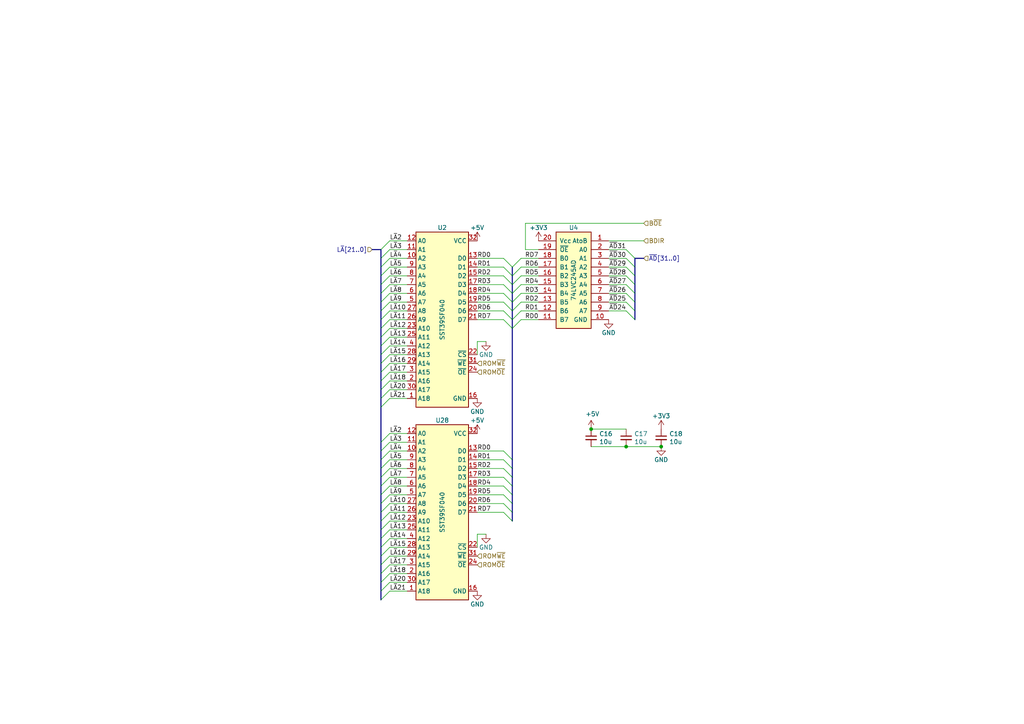
<source format=kicad_sch>
(kicad_sch (version 20211123) (generator eeschema)
  (paper "A4")
  (title_block (title "NuBus-ESP32") (date "2021-11-18") (rev "0.1") (company "Garrett's Workshop"))
  (lib_symbols
    (symbol "Device:C_Small" (pin_numbers hide) (pin_names (offset 0.254) hide)
      (property "Reference" "C" (at 0.254 1.778 0))
      (property "Value" "C_Small" (at 0.254 -2.032 0))
      (symbol "C_Small_0_1"
        (polyline (pts (xy -1.524 -0.508) (xy 1.524 -0.508)) (stroke (width 0.3302)))
        (polyline (pts (xy -1.524 0.508) (xy 1.524 0.508)) (stroke (width 0.3048)))
      )
      (symbol "C_Small_1_1"
        (pin passive line (at 0 2.54 270) (length 2.032) (name "~") (number "1"))
        (pin passive line (at 0 -2.54 90) (length 2.032) (name "~") (number "2"))
      )
    )
    (symbol "GW_Logic:74245" (pin_names (offset 1.016))
      (property "Reference" "U" (at 0 15.24 0))
      (property "Value" "74245" (at 0 0 90))
      (symbol "74245_0_1"
        (rectangle (start -5.08 13.97) (end 5.08 -13.97) (stroke (width 0.254)) (fill (type background)))
      )
      (symbol "74245_1_1"
        (pin input line (at -10.16 11.43 0) (length 5.08) (name "AtoB") (number "1"))
        (pin power_in line (at -10.16 -11.43 0) (length 5.08) (name "GND") (number "10"))
        (pin bidirectional line (at 10.16 -11.43 180) (length 5.08) (name "B7") (number "11"))
        (pin bidirectional line (at 10.16 -8.89 180) (length 5.08) (name "B6") (number "12"))
        (pin bidirectional line (at 10.16 -6.35 180) (length 5.08) (name "B5") (number "13"))
        (pin bidirectional line (at 10.16 -3.81 180) (length 5.08) (name "B4") (number "14"))
        (pin bidirectional line (at 10.16 -1.27 180) (length 5.08) (name "B3") (number "15"))
        (pin bidirectional line (at 10.16 1.27 180) (length 5.08) (name "B2") (number "16"))
        (pin bidirectional line (at 10.16 3.81 180) (length 5.08) (name "B1") (number "17"))
        (pin bidirectional line (at 10.16 6.35 180) (length 5.08) (name "B0") (number "18"))
        (pin input line (at 10.16 8.89 180) (length 5.08) (name "~{OE}") (number "19"))
        (pin bidirectional line (at -10.16 8.89 0) (length 5.08) (name "A0") (number "2"))
        (pin power_in line (at 10.16 11.43 180) (length 5.08) (name "Vcc") (number "20"))
        (pin bidirectional line (at -10.16 6.35 0) (length 5.08) (name "A1") (number "3"))
        (pin bidirectional line (at -10.16 3.81 0) (length 5.08) (name "A2") (number "4"))
        (pin bidirectional line (at -10.16 1.27 0) (length 5.08) (name "A3") (number "5"))
        (pin bidirectional line (at -10.16 -1.27 0) (length 5.08) (name "A4") (number "6"))
        (pin bidirectional line (at -10.16 -3.81 0) (length 5.08) (name "A5") (number "7"))
        (pin bidirectional line (at -10.16 -6.35 0) (length 5.08) (name "A6") (number "8"))
        (pin bidirectional line (at -10.16 -8.89 0) (length 5.08) (name "A7") (number "9"))
      )
    )
    (symbol "GW_RAM:Flash-512Kx8-PLCC-32"
      (property "Reference" "U" (at 0 26.67 0))
      (property "Value" "Flash-512Kx8-PLCC-32" (at 0 0 90))
      (symbol "Flash-512Kx8-PLCC-32_0_0"
        (pin power_in line (at 10.16 -22.86 180) (length 2.54) (name "GND") (number "16"))
        (pin power_in line (at 10.16 22.86 180) (length 2.54) (name "VCC") (number "32"))
      )
      (symbol "Flash-512Kx8-PLCC-32_0_1"
        (rectangle (start -7.62 25.4) (end 7.62 -25.4) (stroke (width 0.254)) (fill (type background)))
      )
      (symbol "Flash-512Kx8-PLCC-32_1_1"
        (pin input line (at -10.16 -22.86 0) (length 2.54) (name "A18") (number "1"))
        (pin input line (at -10.16 17.78 0) (length 2.54) (name "A2") (number "10"))
        (pin input line (at -10.16 20.32 0) (length 2.54) (name "A1") (number "11"))
        (pin input line (at -10.16 22.86 0) (length 2.54) (name "A0") (number "12"))
        (pin bidirectional line (at 10.16 17.78 180) (length 2.54) (name "D0") (number "13"))
        (pin bidirectional line (at 10.16 15.24 180) (length 2.54) (name "D1") (number "14"))
        (pin bidirectional line (at 10.16 12.7 180) (length 2.54) (name "D2") (number "15"))
        (pin bidirectional line (at 10.16 10.16 180) (length 2.54) (name "D3") (number "17"))
        (pin bidirectional line (at 10.16 7.62 180) (length 2.54) (name "D4") (number "18"))
        (pin bidirectional line (at 10.16 5.08 180) (length 2.54) (name "D5") (number "19"))
        (pin input line (at -10.16 -17.78 0) (length 2.54) (name "A16") (number "2"))
        (pin bidirectional line (at 10.16 2.54 180) (length 2.54) (name "D6") (number "20"))
        (pin bidirectional line (at 10.16 0 180) (length 2.54) (name "D7") (number "21"))
        (pin input line (at 10.16 -10.16 180) (length 2.54) (name "~{CS}") (number "22"))
        (pin input line (at -10.16 -2.54 0) (length 2.54) (name "A10") (number "23"))
        (pin input line (at 10.16 -15.24 180) (length 2.54) (name "~{OE}") (number "24"))
        (pin input line (at -10.16 -5.08 0) (length 2.54) (name "A11") (number "25"))
        (pin input line (at -10.16 0 0) (length 2.54) (name "A9") (number "26"))
        (pin input line (at -10.16 2.54 0) (length 2.54) (name "A8") (number "27"))
        (pin input line (at -10.16 -10.16 0) (length 2.54) (name "A13") (number "28"))
        (pin input line (at -10.16 -12.7 0) (length 2.54) (name "A14") (number "29"))
        (pin input line (at -10.16 -15.24 0) (length 2.54) (name "A15") (number "3"))
        (pin input line (at -10.16 -20.32 0) (length 2.54) (name "A17") (number "30"))
        (pin input line (at 10.16 -12.7 180) (length 2.54) (name "~{WE}") (number "31"))
        (pin input line (at -10.16 -7.62 0) (length 2.54) (name "A12") (number "4"))
        (pin input line (at -10.16 5.08 0) (length 2.54) (name "A7") (number "5"))
        (pin input line (at -10.16 7.62 0) (length 2.54) (name "A6") (number "6"))
        (pin input line (at -10.16 10.16 0) (length 2.54) (name "A5") (number "7"))
        (pin input line (at -10.16 12.7 0) (length 2.54) (name "A4") (number "8"))
        (pin input line (at -10.16 15.24 0) (length 2.54) (name "A3") (number "9"))
      )
    )
    (symbol "power:+3V3" (power) (pin_names (offset 0))
      (property "Value" "+3V3" (at 0 3.556 0))
      (symbol "+3V3_0_1"
        (polyline (pts (xy -0.762 1.27) (xy 0 2.54)))
        (polyline (pts (xy 0 0) (xy 0 2.54)))
        (polyline (pts (xy 0 2.54) (xy 0.762 1.27)))
      )
      (symbol "+3V3_1_1"
        (pin power_in line (at 0 0 90) (length 0) hide (name "+3V3") (number "1"))
      )
    )
    (symbol "power:+5V" (power) (pin_names (offset 0))
      (property "Value" "+5V" (at 0 3.556 0))
      (symbol "+5V_0_1"
        (polyline (pts (xy -0.762 1.27) (xy 0 2.54)))
        (polyline (pts (xy 0 0) (xy 0 2.54)))
        (polyline (pts (xy 0 2.54) (xy 0.762 1.27)))
      )
      (symbol "+5V_1_1"
        (pin power_in line (at 0 0 90) (length 0) hide (name "+5V") (number "1"))
      )
    )
    (symbol "power:GND" (power) (pin_names (offset 0))
      (property "Value" "GND" (at 0 -3.81 0))
      (symbol "GND_0_1"
        (polyline (pts (xy 0 0) (xy 0 -1.27) (xy 1.27 -1.27) (xy 0 -2.54) (xy -1.27 -1.27) (xy 0 -1.27)))
      )
      (symbol "GND_1_1"
        (pin power_in line (at 0 0 270) (length 0) hide (name "GND") (number "1"))
      )
    )
  )
  (junction (at 191.77 129.54))
  (junction (at 171.45 124.46))
  (junction (at 181.61 129.54))
  (bus_entry (at 146.05 133.35) (size 2.54 2.54))
  (bus_entry (at 181.61 77.47) (size 2.54 2.54))
  (bus_entry (at 146.05 143.51) (size 2.54 2.54))
  (bus_entry (at 110.49 153.67) (size 2.54 -2.54))
  (bus_entry (at 146.05 77.47) (size 2.54 2.54))
  (bus_entry (at 110.49 82.55) (size 2.54 -2.54))
  (bus_entry (at 146.05 74.93) (size 2.54 2.54))
  (bus_entry (at 181.61 90.17) (size 2.54 2.54))
  (bus_entry (at 110.49 146.05) (size 2.54 -2.54))
  (bus_entry (at 146.05 138.43) (size 2.54 2.54))
  (bus_entry (at 146.05 148.59) (size 2.54 2.54))
  (bus_entry (at 110.49 171.45) (size 2.54 -2.54))
  (bus_entry (at 110.49 97.79) (size 2.54 -2.54))
  (bus_entry (at 110.49 100.33) (size 2.54 -2.54))
  (bus_entry (at 110.49 156.21) (size 2.54 -2.54))
  (bus_entry (at 151.13 82.55) (size -2.54 2.54))
  (bus_entry (at 110.49 143.51) (size 2.54 -2.54))
  (bus_entry (at 146.05 85.09) (size 2.54 2.54))
  (bus_entry (at 181.61 82.55) (size 2.54 2.54))
  (bus_entry (at 110.49 130.81) (size 2.54 -2.54))
  (bus_entry (at 146.05 146.05) (size 2.54 2.54))
  (bus_entry (at 146.05 140.97) (size 2.54 2.54))
  (bus_entry (at 110.49 158.75) (size 2.54 -2.54))
  (bus_entry (at 110.49 85.09) (size 2.54 -2.54))
  (bus_entry (at 110.49 118.11) (size 2.54 -2.54))
  (bus_entry (at 110.49 166.37) (size 2.54 -2.54))
  (bus_entry (at 110.49 140.97) (size 2.54 -2.54))
  (bus_entry (at 110.49 151.13) (size 2.54 -2.54))
  (bus_entry (at 181.61 87.63) (size 2.54 2.54))
  (bus_entry (at 110.49 113.03) (size 2.54 -2.54))
  (bus_entry (at 181.61 74.93) (size 2.54 2.54))
  (bus_entry (at 146.05 87.63) (size 2.54 2.54))
  (bus_entry (at 110.49 135.89) (size 2.54 -2.54))
  (bus_entry (at 110.49 90.17) (size 2.54 -2.54))
  (bus_entry (at 110.49 163.83) (size 2.54 -2.54))
  (bus_entry (at 110.49 77.47) (size 2.54 -2.54))
  (bus_entry (at 110.49 105.41) (size 2.54 -2.54))
  (bus_entry (at 146.05 130.81) (size 2.54 2.54))
  (bus_entry (at 181.61 80.01) (size 2.54 2.54))
  (bus_entry (at 151.13 87.63) (size -2.54 2.54))
  (bus_entry (at 110.49 72.39) (size 2.54 -2.54))
  (bus_entry (at 151.13 90.17) (size -2.54 2.54))
  (bus_entry (at 146.05 80.01) (size 2.54 2.54))
  (bus_entry (at 151.13 74.93) (size -2.54 2.54))
  (bus_entry (at 110.49 115.57) (size 2.54 -2.54))
  (bus_entry (at 151.13 80.01) (size -2.54 2.54))
  (bus_entry (at 110.49 128.27) (size 2.54 -2.54))
  (bus_entry (at 151.13 92.71) (size -2.54 2.54))
  (bus_entry (at 151.13 77.47) (size -2.54 2.54))
  (bus_entry (at 181.61 85.09) (size 2.54 2.54))
  (bus_entry (at 151.13 85.09) (size -2.54 2.54))
  (bus_entry (at 181.61 72.39) (size 2.54 2.54))
  (bus_entry (at 110.49 87.63) (size 2.54 -2.54))
  (bus_entry (at 146.05 135.89) (size 2.54 2.54))
  (bus_entry (at 146.05 82.55) (size 2.54 2.54))
  (bus_entry (at 110.49 173.99) (size 2.54 -2.54))
  (bus_entry (at 110.49 161.29) (size 2.54 -2.54))
  (bus_entry (at 110.49 110.49) (size 2.54 -2.54))
  (bus_entry (at 110.49 95.25) (size 2.54 -2.54))
  (bus_entry (at 146.05 92.71) (size 2.54 2.54))
  (bus_entry (at 110.49 80.01) (size 2.54 -2.54))
  (bus_entry (at 146.05 90.17) (size 2.54 2.54))
  (bus_entry (at 110.49 102.87) (size 2.54 -2.54))
  (bus_entry (at 110.49 133.35) (size 2.54 -2.54))
  (bus_entry (at 110.49 74.93) (size 2.54 -2.54))
  (bus_entry (at 110.49 148.59) (size 2.54 -2.54))
  (bus_entry (at 110.49 138.43) (size 2.54 -2.54))
  (bus_entry (at 110.49 168.91) (size 2.54 -2.54))
  (bus_entry (at 110.49 107.95) (size 2.54 -2.54))
  (bus_entry (at 110.49 92.71) (size 2.54 -2.54))
  (bus (pts (xy 184.15 77.47) (xy 184.15 80.01)))
  (wire (pts (xy 138.43 85.09) (xy 146.05 85.09)))
  (wire (pts (xy 113.03 102.87) (xy 118.11 102.87)))
  (wire (pts (xy 152.4 72.39) (xy 156.21 72.39)))
  (wire (pts (xy 113.03 95.25) (xy 118.11 95.25)))
  (wire (pts (xy 113.03 161.29) (xy 118.11 161.29)))
  (wire (pts (xy 113.03 72.39) (xy 118.11 72.39)))
  (bus (pts (xy 110.49 140.97) (xy 110.49 143.51)))
  (bus (pts (xy 148.59 140.97) (xy 148.59 143.51)))
  (bus (pts (xy 110.49 135.89) (xy 110.49 138.43)))
  (bus (pts (xy 110.49 72.39) (xy 110.49 74.93)))
  (wire (pts (xy 113.03 85.09) (xy 118.11 85.09)))
  (wire (pts (xy 113.03 100.33) (xy 118.11 100.33)))
  (bus (pts (xy 184.15 85.09) (xy 184.15 87.63)))
  (wire (pts (xy 113.03 148.59) (xy 118.11 148.59)))
  (wire (pts (xy 113.03 92.71) (xy 118.11 92.71)))
  (bus (pts (xy 110.49 74.93) (xy 110.49 77.47)))
  (bus (pts (xy 148.59 85.09) (xy 148.59 87.63)))
  (wire (pts (xy 113.03 133.35) (xy 118.11 133.35)))
  (bus (pts (xy 184.15 82.55) (xy 184.15 85.09)))
  (bus (pts (xy 110.49 148.59) (xy 110.49 151.13)))
  (wire (pts (xy 156.21 77.47) (xy 151.13 77.47)))
  (bus (pts (xy 110.49 87.63) (xy 110.49 90.17)))
  (wire (pts (xy 138.43 80.01) (xy 146.05 80.01)))
  (wire (pts (xy 181.61 85.09) (xy 176.53 85.09)))
  (bus (pts (xy 110.49 143.51) (xy 110.49 146.05)))
  (wire (pts (xy 113.03 146.05) (xy 118.11 146.05)))
  (bus (pts (xy 184.15 90.17) (xy 184.15 92.71)))
  (bus (pts (xy 110.49 110.49) (xy 110.49 113.03)))
  (wire (pts (xy 181.61 90.17) (xy 176.53 90.17)))
  (wire (pts (xy 113.03 143.51) (xy 118.11 143.51)))
  (wire (pts (xy 113.03 115.57) (xy 118.11 115.57)))
  (bus (pts (xy 184.15 87.63) (xy 184.15 90.17)))
  (bus (pts (xy 110.49 113.03) (xy 110.49 115.57)))
  (bus (pts (xy 110.49 95.25) (xy 110.49 97.79)))
  (wire (pts (xy 138.43 154.94) (xy 138.43 158.75)))
  (bus (pts (xy 184.15 74.93) (xy 186.69 74.93)))
  (wire (pts (xy 113.03 82.55) (xy 118.11 82.55)))
  (bus (pts (xy 110.49 161.29) (xy 110.49 163.83)))
  (wire (pts (xy 181.61 74.93) (xy 176.53 74.93)))
  (wire (pts (xy 138.43 138.43) (xy 146.05 138.43)))
  (wire (pts (xy 140.97 99.06) (xy 138.43 99.06)))
  (wire (pts (xy 156.21 92.71) (xy 151.13 92.71)))
  (wire (pts (xy 113.03 113.03) (xy 118.11 113.03)))
  (bus (pts (xy 110.49 100.33) (xy 110.49 102.87)))
  (bus (pts (xy 110.49 128.27) (xy 110.49 130.81)))
  (wire (pts (xy 138.43 146.05) (xy 146.05 146.05)))
  (wire (pts (xy 181.61 129.54) (xy 171.45 129.54)))
  (wire (pts (xy 156.21 80.01) (xy 151.13 80.01)))
  (wire (pts (xy 181.61 72.39) (xy 176.53 72.39)))
  (wire (pts (xy 113.03 110.49) (xy 118.11 110.49)))
  (wire (pts (xy 138.43 130.81) (xy 146.05 130.81)))
  (wire (pts (xy 156.21 82.55) (xy 151.13 82.55)))
  (bus (pts (xy 110.49 115.57) (xy 110.49 118.11)))
  (wire (pts (xy 113.03 151.13) (xy 118.11 151.13)))
  (bus (pts (xy 110.49 82.55) (xy 110.49 85.09)))
  (bus (pts (xy 148.59 146.05) (xy 148.59 148.59)))
  (wire (pts (xy 113.03 125.73) (xy 118.11 125.73)))
  (bus (pts (xy 110.49 158.75) (xy 110.49 161.29)))
  (bus (pts (xy 148.59 87.63) (xy 148.59 90.17)))
  (wire (pts (xy 113.03 69.85) (xy 118.11 69.85)))
  (wire (pts (xy 156.21 90.17) (xy 151.13 90.17)))
  (bus (pts (xy 148.59 80.01) (xy 148.59 82.55)))
  (bus (pts (xy 148.59 133.35) (xy 148.59 135.89)))
  (wire (pts (xy 138.43 148.59) (xy 146.05 148.59)))
  (bus (pts (xy 110.49 90.17) (xy 110.49 92.71)))
  (wire (pts (xy 181.61 87.63) (xy 176.53 87.63)))
  (bus (pts (xy 110.49 107.95) (xy 110.49 110.49)))
  (wire (pts (xy 156.21 87.63) (xy 151.13 87.63)))
  (bus (pts (xy 110.49 153.67) (xy 110.49 156.21)))
  (bus (pts (xy 110.49 77.47) (xy 110.49 80.01)))
  (wire (pts (xy 113.03 97.79) (xy 118.11 97.79)))
  (wire (pts (xy 113.03 105.41) (xy 118.11 105.41)))
  (wire (pts (xy 113.03 140.97) (xy 118.11 140.97)))
  (bus (pts (xy 110.49 166.37) (xy 110.49 168.91)))
  (wire (pts (xy 171.45 124.46) (xy 181.61 124.46)))
  (wire (pts (xy 152.4 64.77) (xy 152.4 72.39)))
  (bus (pts (xy 110.49 97.79) (xy 110.49 100.33)))
  (wire (pts (xy 113.03 80.01) (xy 118.11 80.01)))
  (bus (pts (xy 110.49 151.13) (xy 110.49 153.67)))
  (wire (pts (xy 113.03 158.75) (xy 118.11 158.75)))
  (bus (pts (xy 110.49 102.87) (xy 110.49 105.41)))
  (bus (pts (xy 110.49 168.91) (xy 110.49 171.45)))
  (bus (pts (xy 148.59 135.89) (xy 148.59 138.43)))
  (bus (pts (xy 148.59 77.47) (xy 148.59 80.01)))
  (wire (pts (xy 113.03 171.45) (xy 118.11 171.45)))
  (bus (pts (xy 110.49 92.71) (xy 110.49 95.25)))
  (wire (pts (xy 138.43 140.97) (xy 146.05 140.97)))
  (bus (pts (xy 148.59 82.55) (xy 148.59 85.09)))
  (wire (pts (xy 113.03 138.43) (xy 118.11 138.43)))
  (wire (pts (xy 113.03 87.63) (xy 118.11 87.63)))
  (wire (pts (xy 113.03 128.27) (xy 118.11 128.27)))
  (bus (pts (xy 110.49 85.09) (xy 110.49 87.63)))
  (bus (pts (xy 184.15 80.01) (xy 184.15 82.55)))
  (wire (pts (xy 186.69 64.77) (xy 152.4 64.77)))
  (bus (pts (xy 148.59 143.51) (xy 148.59 146.05)))
  (wire (pts (xy 138.43 82.55) (xy 146.05 82.55)))
  (wire (pts (xy 140.97 154.94) (xy 138.43 154.94)))
  (wire (pts (xy 138.43 90.17) (xy 146.05 90.17)))
  (wire (pts (xy 138.43 133.35) (xy 146.05 133.35)))
  (bus (pts (xy 110.49 138.43) (xy 110.49 140.97)))
  (bus (pts (xy 148.59 90.17) (xy 148.59 92.71)))
  (wire (pts (xy 138.43 143.51) (xy 146.05 143.51)))
  (wire (pts (xy 113.03 168.91) (xy 118.11 168.91)))
  (wire (pts (xy 138.43 135.89) (xy 146.05 135.89)))
  (wire (pts (xy 138.43 92.71) (xy 146.05 92.71)))
  (bus (pts (xy 184.15 74.93) (xy 184.15 77.47)))
  (bus (pts (xy 148.59 138.43) (xy 148.59 140.97)))
  (wire (pts (xy 113.03 166.37) (xy 118.11 166.37)))
  (wire (pts (xy 113.03 135.89) (xy 118.11 135.89)))
  (wire (pts (xy 113.03 130.81) (xy 118.11 130.81)))
  (wire (pts (xy 191.77 129.54) (xy 181.61 129.54)))
  (bus (pts (xy 110.49 118.11) (xy 110.49 128.27)))
  (wire (pts (xy 186.69 69.85) (xy 176.53 69.85)))
  (wire (pts (xy 113.03 77.47) (xy 118.11 77.47)))
  (bus (pts (xy 148.59 92.71) (xy 148.59 95.25)))
  (wire (pts (xy 138.43 74.93) (xy 146.05 74.93)))
  (wire (pts (xy 113.03 163.83) (xy 118.11 163.83)))
  (bus (pts (xy 110.49 80.01) (xy 110.49 82.55)))
  (wire (pts (xy 113.03 74.93) (xy 118.11 74.93)))
  (bus (pts (xy 110.49 156.21) (xy 110.49 158.75)))
  (wire (pts (xy 113.03 107.95) (xy 118.11 107.95)))
  (wire (pts (xy 113.03 153.67) (xy 118.11 153.67)))
  (wire (pts (xy 113.03 156.21) (xy 118.11 156.21)))
  (wire (pts (xy 156.21 85.09) (xy 151.13 85.09)))
  (wire (pts (xy 113.03 90.17) (xy 118.11 90.17)))
  (wire (pts (xy 138.43 87.63) (xy 146.05 87.63)))
  (wire (pts (xy 138.43 77.47) (xy 146.05 77.47)))
  (bus (pts (xy 110.49 146.05) (xy 110.49 148.59)))
  (bus (pts (xy 110.49 133.35) (xy 110.49 135.89)))
  (wire (pts (xy 181.61 82.55) (xy 176.53 82.55)))
  (bus (pts (xy 148.59 148.59) (xy 148.59 151.13)))
  (wire (pts (xy 156.21 74.93) (xy 151.13 74.93)))
  (bus (pts (xy 110.49 105.41) (xy 110.49 107.95)))
  (wire (pts (xy 138.43 99.06) (xy 138.43 102.87)))
  (wire (pts (xy 181.61 80.01) (xy 176.53 80.01)))
  (wire (pts (xy 181.61 77.47) (xy 176.53 77.47)))
  (bus (pts (xy 110.49 171.45) (xy 110.49 173.99)))
  (bus (pts (xy 110.49 130.81) (xy 110.49 133.35)))
  (bus (pts (xy 107.95 72.39) (xy 110.49 72.39)))
  (bus (pts (xy 110.49 163.83) (xy 110.49 166.37)))
  (bus (pts (xy 148.59 95.25) (xy 148.59 133.35)))
  (label "~{AD}29" (at 181.61 77.47 180))
  (label "L~{A}5" (at 113.03 133.35 0))
  (label "L~{A}2" (at 113.03 69.85 0))
  (label "L~{A}3" (at 113.03 72.39 0))
  (label "RD7" (at 138.43 92.71 0))
  (label "RD0" (at 138.43 74.93 0))
  (label "L~{A}13" (at 113.03 97.79 0))
  (label "L~{A}4" (at 113.03 74.93 0))
  (label "L~{A}21" (at 113.03 115.57 0))
  (label "~{AD}24" (at 181.61 90.17 180))
  (label "~{AD}26" (at 181.61 85.09 180))
  (label "L~{A}11" (at 113.03 92.71 0))
  (label "L~{A}16" (at 113.03 161.29 0))
  (label "L~{A}15" (at 113.03 158.75 0))
  (label "L~{A}10" (at 113.03 90.17 0))
  (label "RD5" (at 156.21 80.01 180))
  (label "L~{A}9" (at 113.03 87.63 0))
  (label "L~{A}18" (at 113.03 110.49 0))
  (label "L~{A}6" (at 113.03 135.89 0))
  (label "L~{A}14" (at 113.03 156.21 0))
  (label "L~{A}17" (at 113.03 163.83 0))
  (label "L~{A}2" (at 113.03 125.73 0))
  (label "L~{A}18" (at 113.03 166.37 0))
  (label "RD6" (at 138.43 90.17 0))
  (label "L~{A}11" (at 113.03 148.59 0))
  (label "RD6" (at 138.43 146.05 0))
  (label "L~{A}7" (at 113.03 138.43 0))
  (label "L~{A}13" (at 113.03 153.67 0))
  (label "RD0" (at 138.43 130.81 0))
  (label "~{AD}31" (at 181.61 72.39 180))
  (label "RD4" (at 138.43 140.97 0))
  (label "L~{A}20" (at 113.03 113.03 0))
  (label "~{AD}30" (at 181.61 74.93 180))
  (label "RD1" (at 138.43 133.35 0))
  (label "RD3" (at 138.43 138.43 0))
  (label "RD2" (at 156.21 87.63 180))
  (label "~{AD}25" (at 181.61 87.63 180))
  (label "RD3" (at 138.43 82.55 0))
  (label "L~{A}6" (at 113.03 80.01 0))
  (label "L~{A}3" (at 113.03 128.27 0))
  (label "RD1" (at 156.21 90.17 180))
  (label "RD3" (at 156.21 85.09 180))
  (label "L~{A}21" (at 113.03 171.45 0))
  (label "RD7" (at 138.43 148.59 0))
  (label "L~{A}4" (at 113.03 130.81 0))
  (label "RD7" (at 156.21 74.93 180))
  (label "L~{A}17" (at 113.03 107.95 0))
  (label "L~{A}15" (at 113.03 102.87 0))
  (label "~{AD}28" (at 181.61 80.01 180))
  (label "L~{A}14" (at 113.03 100.33 0))
  (label "RD4" (at 138.43 85.09 0))
  (label "RD0" (at 156.21 92.71 180))
  (label "L~{A}20" (at 113.03 168.91 0))
  (label "L~{A}12" (at 113.03 95.25 0))
  (label "L~{A}10" (at 113.03 146.05 0))
  (label "L~{A}9" (at 113.03 143.51 0))
  (label "L~{A}16" (at 113.03 105.41 0))
  (label "RD5" (at 138.43 143.51 0))
  (label "L~{A}5" (at 113.03 77.47 0))
  (label "~{AD}27" (at 181.61 82.55 180))
  (label "RD5" (at 138.43 87.63 0))
  (label "RD4" (at 156.21 82.55 180))
  (label "RD1" (at 138.43 77.47 0))
  (label "L~{A}7" (at 113.03 82.55 0))
  (label "L~{A}8" (at 113.03 85.09 0))
  (label "L~{A}8" (at 113.03 140.97 0))
  (label "RD2" (at 138.43 135.89 0))
  (label "L~{A}12" (at 113.03 151.13 0))
  (label "RD2" (at 138.43 80.01 0))
  (label "RD6" (at 156.21 77.47 180))
  (hierarchical_label "ROM~{OE}" (shape input) (at 138.43 163.83 0))
  (hierarchical_label "ROM~{WE}" (shape input) (at 138.43 161.29 0))
  (hierarchical_label "B~{OE}" (shape input) (at 186.69 64.77 0))
  (hierarchical_label "~{AD}[31..0]" (shape input) (at 186.69 74.93 0))
  (hierarchical_label "ROM~{OE}" (shape input) (at 138.43 107.95 0))
  (hierarchical_label "ROM~{WE}" (shape input) (at 138.43 105.41 0))
  (hierarchical_label "L~{A}[21..0]" (shape input) (at 107.95 72.39 180))
  (hierarchical_label "BDIR" (shape input) (at 186.69 69.85 0))
  (symbol (lib_id "GW_Logic:74245") (at 166.37 81.28 0) (mirror y) (unit 1)
    (property "Reference" "U4" (at 166.37 66.04 0))
    (property "Value" "74LVC245AD" (at 166.37 81.28 90))
    (property "Footprint" "stdpads:SOIC-20W_7.5mm" (effects hide))
    (property "LCSC Part" "C6080" (effects hide))
  )
  (symbol (lib_id "power:GND") (at 176.53 92.71 0) (unit 1)
    (property "Reference" "#PWR0120" (effects hide))
    (property "Value" "GND" (at 176.53 96.52 0))
  )
  (symbol (lib_id "power:+3V3") (at 156.21 69.85 0) (unit 1)
    (property "Reference" "#PWR0121" (effects hide))
    (property "Value" "+3V3" (at 156.21 66.04 0))
  )
  (symbol (lib_id "GW_RAM:Flash-512Kx8-PLCC-32") (at 128.27 148.59 0) (unit 1)
    (property "Reference" "U28" (at 128.27 121.92 0))
    (property "Value" "SST39SF040" (at 128.27 148.59 90))
    (property "Footprint" "Package_DIP:DIP-32_W15.24mm_Socket_LongPads" (effects hide))
    (property "Datasheet" "http://ww1.microchip.com/downloads/en/DeviceDoc/20005022C.pdf" (effects hide))
    (property "LCSC Part" "C72128" (effects hide))
  )
  (symbol (lib_id "power:GND") (at 138.43 171.45 0) (unit 1)
    (property "Reference" "#PWR0190" (effects hide))
    (property "Value" "GND" (at 138.43 175.26 0))
  )
  (symbol (lib_id "power:+5V") (at 138.43 125.73 0) (unit 1)
    (property "Reference" "#PWR0191" (effects hide))
    (property "Value" "+5V" (at 138.43 121.92 0))
  )
  (symbol (lib_id "power:GND") (at 140.97 154.94 0) (unit 1)
    (property "Reference" "#PWR0192" (effects hide))
    (property "Value" "GND" (at 140.97 158.75 0))
  )
  (symbol (lib_id "power:+3V3") (at 191.77 124.46 0) (mirror y) (unit 1)
    (property "Reference" "#PWR0193" (effects hide))
    (property "Value" "+3V3" (at 191.77 120.65 0))
  )
  (symbol (lib_id "Device:C_Small") (at 181.61 127 0) (mirror y) (unit 1)
    (property "Reference" "C17" (at 183.9468 125.8316 0) (effects (justify right)))
    (property "Value" "10u" (at 183.9468 128.143 0) (effects (justify right)))
    (property "Footprint" "stdpads:C_0805" (effects hide))
    (property "LCSC Part" "C15850" (effects hide))
  )
  (symbol (lib_id "Device:C_Small") (at 171.45 127 0) (mirror y) (unit 1)
    (property "Reference" "C16" (at 173.7868 125.8316 0) (effects (justify right)))
    (property "Value" "10u" (at 173.7868 128.143 0) (effects (justify right)))
    (property "Footprint" "stdpads:C_0805" (effects hide))
    (property "LCSC Part" "C15850" (effects hide))
  )
  (symbol (lib_id "power:GND") (at 191.77 129.54 0) (unit 1)
    (property "Reference" "#PWR0194" (effects hide))
    (property "Value" "GND" (at 191.77 133.35 0))
  )
  (symbol (lib_id "Device:C_Small") (at 191.77 127 0) (mirror y) (unit 1)
    (property "Reference" "C18" (at 194.1068 125.8316 0) (effects (justify right)))
    (property "Value" "10u" (at 194.1068 128.143 0) (effects (justify right)))
    (property "Footprint" "stdpads:C_0805" (effects hide))
    (property "LCSC Part" "C15850" (effects hide))
  )
  (symbol (lib_id "power:+5V") (at 171.45 124.46 0) (unit 1)
    (property "Reference" "#PWR0195" (effects hide))
    (property "Value" "+5V" (at 171.831 120.0658 0))
  )
  (symbol (lib_id "GW_RAM:Flash-512Kx8-PLCC-32") (at 128.27 92.71 0) (unit 1)
    (property "Reference" "U2" (at 128.27 66.04 0))
    (property "Value" "SST39SF040" (at 128.27 92.71 90))
    (property "Footprint" "stdpads:PLCC-32_SMDSocket" (effects hide))
    (property "Datasheet" "http://ww1.microchip.com/downloads/en/DeviceDoc/20005022C.pdf" (effects hide))
    (property "LCSC Part" "C72257" (effects hide))
  )
  (symbol (lib_id "power:GND") (at 138.43 115.57 0) (unit 1)
    (property "Reference" "#PWR0117" (effects hide))
    (property "Value" "GND" (at 138.43 119.38 0))
  )
  (symbol (lib_id "power:+5V") (at 138.43 69.85 0) (unit 1)
    (property "Reference" "#PWR0118" (effects hide))
    (property "Value" "+5V" (at 138.43 66.04 0))
  )
  (symbol (lib_id "power:GND") (at 140.97 99.06 0) (unit 1)
    (property "Reference" "#PWR0119" (effects hide))
    (property "Value" "GND" (at 140.97 102.87 0))
  )
)
</source>
